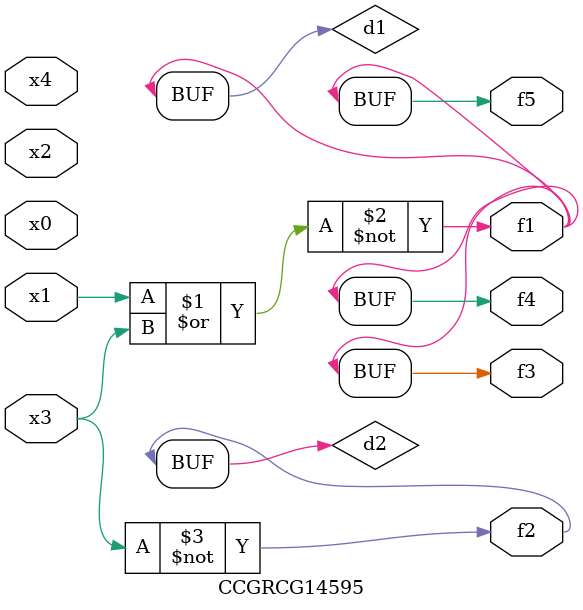
<source format=v>
module CCGRCG14595(
	input x0, x1, x2, x3, x4,
	output f1, f2, f3, f4, f5
);

	wire d1, d2;

	nor (d1, x1, x3);
	not (d2, x3);
	assign f1 = d1;
	assign f2 = d2;
	assign f3 = d1;
	assign f4 = d1;
	assign f5 = d1;
endmodule

</source>
